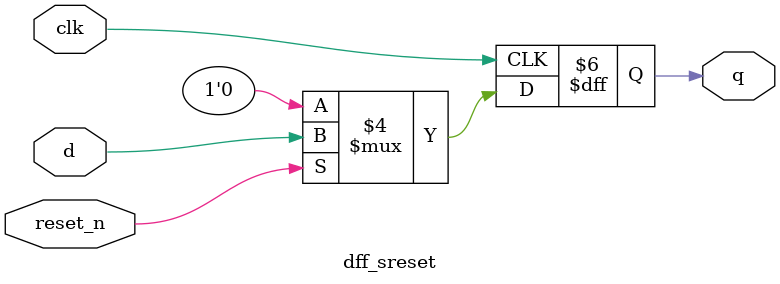
<source format=sv>
module dff_sreset(
 input  logic d, clk, reset_n,
 output logic q
 );      
always_ff@(posedge clk)
 if(reset_n == 1'b0)
 q <= 1'b0;
 else
 q <= d; 
endmodule
</source>
